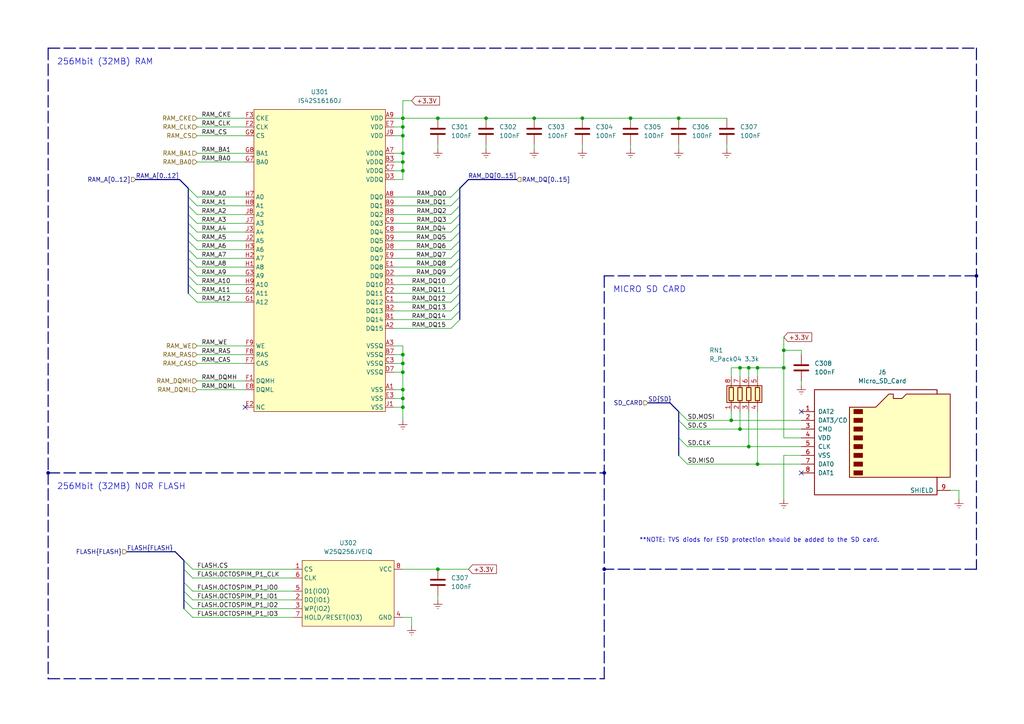
<source format=kicad_sch>
(kicad_sch (version 20211123) (generator eeschema)
  (paper "A4")
  (title_block (title "Fruitfly Node") (date "2023-09-18") (rev "1") (company "Cerebral Systems Inc."))
  (lib_symbols
    (symbol "Connector:Micro_SD_Card" (pin_names (offset 1.016))
      (property "Reference" "J" (at -16.51 15.24 0))
      (property "Value" "Micro_SD_Card" (at 16.51 15.24 0))
      (symbol "Micro_SD_Card_0_1"
        (rectangle (start -7.62 -9.525) (end -5.08 -10.795) (fill (type outline)))
        (rectangle (start -7.62 -6.985) (end -5.08 -8.255) (fill (type outline)))
        (rectangle (start -7.62 -4.445) (end -5.08 -5.715) (fill (type outline)))
        (rectangle (start -7.62 -1.905) (end -5.08 -3.175) (fill (type outline)))
        (rectangle (start -7.62 0.635) (end -5.08 -0.635) (fill (type outline)))
        (rectangle (start -7.62 3.175) (end -5.08 1.905) (fill (type outline)))
        (rectangle (start -7.62 5.715) (end -5.08 4.445) (fill (type outline)))
        (rectangle (start -7.62 8.255) (end -5.08 6.985) (fill (type outline)))
        (polyline (pts (xy 16.51 12.7) (xy 16.51 13.97) (xy -19.05 13.97) (xy -19.05 -16.51) (xy 16.51 -16.51) (xy 16.51 -11.43)) (stroke (width 0.254)))
        (polyline (pts (xy -8.89 -11.43) (xy -8.89 8.89) (xy -1.27 8.89) (xy 2.54 12.7) (xy 3.81 12.7) (xy 3.81 11.43) (xy 6.35 11.43) (xy 7.62 12.7) (xy 20.32 12.7) (xy 20.32 -11.43) (xy -8.89 -11.43)) (stroke (width 0.254)) (fill (type background)))
      )
      (symbol "Micro_SD_Card_1_1"
        (pin bidirectional line (at -22.86 7.62 0) (length 3.81) (name "DAT2") (number "1"))
        (pin bidirectional line (at -22.86 5.08 0) (length 3.81) (name "DAT3/CD") (number "2"))
        (pin input line (at -22.86 2.54 0) (length 3.81) (name "CMD") (number "3"))
        (pin power_in line (at -22.86 0 0) (length 3.81) (name "VDD") (number "4"))
        (pin input line (at -22.86 -2.54 0) (length 3.81) (name "CLK") (number "5"))
        (pin power_in line (at -22.86 -5.08 0) (length 3.81) (name "VSS") (number "6"))
        (pin bidirectional line (at -22.86 -7.62 0) (length 3.81) (name "DAT0") (number "7"))
        (pin bidirectional line (at -22.86 -10.16 0) (length 3.81) (name "DAT1") (number "8"))
        (pin passive line (at 20.32 -15.24 180) (length 3.81) (name "SHIELD") (number "9"))
      )
    )
    (symbol "Device:C" (pin_numbers hide) (pin_names (offset 0.254))
      (property "Reference" "C" (at 0.635 2.54 0))
      (property "Value" "C" (at 0.635 -2.54 0))
      (symbol "C_0_1"
        (polyline (pts (xy -2.032 -0.762) (xy 2.032 -0.762)) (stroke (width 0.508)))
        (polyline (pts (xy -2.032 0.762) (xy 2.032 0.762)) (stroke (width 0.508)))
      )
      (symbol "C_1_1"
        (pin passive line (at 0 3.81 270) (length 2.794) (name "~") (number "1"))
        (pin passive line (at 0 -3.81 90) (length 2.794) (name "~") (number "2"))
      )
    )
    (symbol "Device:R_Pack04" (pin_names (offset 0) hide)
      (property "Reference" "RN" (at -7.62 0 90))
      (property "Value" "R_Pack04" (at 5.08 0 90))
      (symbol "R_Pack04_0_1"
        (rectangle (start -6.35 -2.413) (end 3.81 2.413) (stroke (width 0.254)) (fill (type background)))
        (rectangle (start -5.715 1.905) (end -4.445 -1.905) (stroke (width 0.254)))
        (rectangle (start -3.175 1.905) (end -1.905 -1.905) (stroke (width 0.254)))
        (rectangle (start -0.635 1.905) (end 0.635 -1.905) (stroke (width 0.254)))
        (polyline (pts (xy -5.08 -2.54) (xy -5.08 -1.905)))
        (polyline (pts (xy -5.08 1.905) (xy -5.08 2.54)))
        (polyline (pts (xy -2.54 -2.54) (xy -2.54 -1.905)))
        (polyline (pts (xy -2.54 1.905) (xy -2.54 2.54)))
        (polyline (pts (xy 0 -2.54) (xy 0 -1.905)))
        (polyline (pts (xy 0 1.905) (xy 0 2.54)))
        (polyline (pts (xy 2.54 -2.54) (xy 2.54 -1.905)))
        (polyline (pts (xy 2.54 1.905) (xy 2.54 2.54)))
        (rectangle (start 1.905 1.905) (end 3.175 -1.905) (stroke (width 0.254)))
      )
      (symbol "R_Pack04_1_1"
        (pin passive line (at -5.08 -5.08 90) (length 2.54) (name "R1.1") (number "1"))
        (pin passive line (at -2.54 -5.08 90) (length 2.54) (name "R2.1") (number "2"))
        (pin passive line (at 0 -5.08 90) (length 2.54) (name "R3.1") (number "3"))
        (pin passive line (at 2.54 -5.08 90) (length 2.54) (name "R4.1") (number "4"))
        (pin passive line (at 2.54 5.08 270) (length 2.54) (name "R4.2") (number "5"))
        (pin passive line (at 0 5.08 270) (length 2.54) (name "R3.2") (number "6"))
        (pin passive line (at -2.54 5.08 270) (length 2.54) (name "R2.2") (number "7"))
        (pin passive line (at -5.08 5.08 270) (length 2.54) (name "R1.2") (number "8"))
      )
    )
    (symbol "Memory_RAM:IS42S16160J"
      (property "Reference" "U" (at 0 43.18 0))
      (property "Value" "IS42S16160J" (at 0 40.64 0))
      (symbol "IS42S16160J_0_1"
        (rectangle (start -19.05 39.37) (end 19.05 -48.26) (fill (type background)))
      )
      (symbol "IS42S16160J_1_1"
        (pin input line (at 21.59 -41.91 180) (length 2.54) (name "VSS") (number "A1"))
        (pin bidirectional line (at 21.59 -24.13 180) (length 2.54) (name "DQ15") (number "A2"))
        (pin input line (at 21.59 -29.21 180) (length 2.54) (name "VSSQ") (number "A3"))
        (pin input line (at 21.59 26.67 180) (length 2.54) (name "VDDQ") (number "A7"))
        (pin bidirectional line (at 21.59 13.97 180) (length 2.54) (name "DQ0") (number "A8"))
        (pin input line (at 21.59 36.83 180) (length 2.54) (name "VDD") (number "A9"))
        (pin bidirectional line (at 21.59 -21.59 180) (length 2.54) (name "DQ14") (number "B1"))
        (pin bidirectional line (at 21.59 -19.05 180) (length 2.54) (name "DQ13") (number "B2"))
        (pin input line (at 21.59 24.13 180) (length 2.54) (name "VDDQ") (number "B3"))
        (pin input line (at 21.59 -31.75 180) (length 2.54) (name "VSSQ") (number "B7"))
        (pin bidirectional line (at 21.59 8.89 180) (length 2.54) (name "DQ2") (number "B8"))
        (pin bidirectional line (at 21.59 11.43 180) (length 2.54) (name "DQ1") (number "B9"))
        (pin bidirectional line (at 21.59 -16.51 180) (length 2.54) (name "DQ12") (number "C1"))
        (pin bidirectional line (at 21.59 -13.97 180) (length 2.54) (name "DQ11") (number "C2"))
        (pin input line (at 21.59 -34.29 180) (length 2.54) (name "VSSQ") (number "C3"))
        (pin input line (at 21.59 21.59 180) (length 2.54) (name "VDDQ") (number "C7"))
        (pin bidirectional line (at 21.59 3.81 180) (length 2.54) (name "DQ4") (number "C8"))
        (pin bidirectional line (at 21.59 6.35 180) (length 2.54) (name "DQ3") (number "C9"))
        (pin bidirectional line (at 21.59 -11.43 180) (length 2.54) (name "DQ10") (number "D1"))
        (pin bidirectional line (at 21.59 -8.89 180) (length 2.54) (name "DQ9") (number "D2"))
        (pin input line (at 21.59 19.05 180) (length 2.54) (name "VDDQ") (number "D3"))
        (pin input line (at 21.59 -36.83 180) (length 2.54) (name "VSSQ") (number "D7"))
        (pin bidirectional line (at 21.59 -1.27 180) (length 2.54) (name "DQ6") (number "D8"))
        (pin bidirectional line (at 21.59 1.27 180) (length 2.54) (name "DQ5") (number "D9"))
        (pin bidirectional line (at 21.59 -6.35 180) (length 2.54) (name "DQ8") (number "E1"))
        (pin passive line (at -21.59 -46.99 0) (length 2.54) (name "NC") (number "E2"))
        (pin input line (at 21.59 -44.45 180) (length 2.54) (name "VSS") (number "E3"))
        (pin input line (at 21.59 34.29 180) (length 2.54) (name "VDD") (number "E7"))
        (pin input line (at -21.59 -41.91 0) (length 2.54) (name "DQML") (number "E8"))
        (pin bidirectional line (at 21.59 -3.81 180) (length 2.54) (name "DQ7") (number "E9"))
        (pin input line (at -21.59 -39.37 0) (length 2.54) (name "DQMH") (number "F1"))
        (pin input line (at -21.59 34.29 0) (length 2.54) (name "CLK") (number "F2"))
        (pin input line (at -21.59 36.83 0) (length 2.54) (name "CKE") (number "F3"))
        (pin input line (at -21.59 -34.29 0) (length 2.54) (name "CAS") (number "F7"))
        (pin input line (at -21.59 -31.75 0) (length 2.54) (name "RAS") (number "F8"))
        (pin input line (at -21.59 -29.21 0) (length 2.54) (name "WE") (number "F9"))
        (pin input line (at -21.59 -16.51 0) (length 2.54) (name "A12") (number "G1"))
        (pin input line (at -21.59 -13.97 0) (length 2.54) (name "A11") (number "G2"))
        (pin input line (at -21.59 -8.89 0) (length 2.54) (name "A9") (number "G3"))
        (pin input line (at -21.59 24.13 0) (length 2.54) (name "BA0") (number "G7"))
        (pin input line (at -21.59 26.67 0) (length 2.54) (name "BA1") (number "G8"))
        (pin input line (at -21.59 31.75 0) (length 2.54) (name "CS") (number "G9"))
        (pin input line (at -21.59 -6.35 0) (length 2.54) (name "A8") (number "H1"))
        (pin input line (at -21.59 -3.81 0) (length 2.54) (name "A7") (number "H2"))
        (pin input line (at -21.59 -1.27 0) (length 2.54) (name "A6") (number "H3"))
        (pin input line (at -21.59 13.97 0) (length 2.54) (name "A0") (number "H7"))
        (pin input line (at -21.59 11.43 0) (length 2.54) (name "A1") (number "H8"))
        (pin input line (at -21.59 -11.43 0) (length 2.54) (name "A10") (number "H9"))
        (pin input line (at 21.59 -46.99 180) (length 2.54) (name "VSS") (number "J1"))
        (pin input line (at -21.59 1.27 0) (length 2.54) (name "A5") (number "J2"))
        (pin input line (at -21.59 3.81 0) (length 2.54) (name "A4") (number "J3"))
        (pin input line (at -21.59 6.35 0) (length 2.54) (name "A3") (number "J7"))
        (pin input line (at -21.59 8.89 0) (length 2.54) (name "A2") (number "J8"))
        (pin input line (at 21.59 31.75 180) (length 2.54) (name "VDD") (number "J9"))
      )
    )
    (symbol "W25Q256JVEIQ_1"
      (property "Reference" "U" (at 0 5.08 0))
      (property "Value" "W25Q256JVEIQ_1" (at 0 2.54 0))
      (symbol "W25Q256JVEIQ_1_0_1"
        (rectangle (start -12.7 0) (end 13.97 -19.05) (fill (type background)))
      )
      (symbol "W25Q256JVEIQ_1_1_1"
        (pin input line (at -15.24 -2.54 0) (length 2.54) (name "CS") (number "1"))
        (pin bidirectional line (at -15.24 -11.43 0) (length 2.54) (name "DO(IO1)") (number "2"))
        (pin bidirectional line (at -15.24 -13.97 0) (length 2.54) (name "WP(IO2)") (number "3"))
        (pin passive line (at 16.51 -16.51 180) (length 2.54) (name "GND") (number "4"))
        (pin bidirectional line (at -15.24 -8.89 0) (length 2.54) (name "D1(IO0)") (number "5"))
        (pin input line (at -15.24 -5.08 0) (length 2.54) (name "CLK") (number "6"))
        (pin bidirectional line (at -15.24 -16.51 0) (length 2.54) (name "HOLD/RESET(IO3)") (number "7"))
        (pin input line (at 16.51 -2.54 180) (length 2.54) (name "VCC") (number "8"))
      )
    )
    (symbol "power:Earth" (power) (pin_names (offset 0))
      (symbol "Earth_0_1"
        (polyline (pts (xy -0.635 -1.905) (xy 0.635 -1.905)))
        (polyline (pts (xy -0.127 -2.54) (xy 0.127 -2.54)))
        (polyline (pts (xy 0 -1.27) (xy 0 0)))
        (polyline (pts (xy 1.27 -1.27) (xy -1.27 -1.27)))
      )
      (symbol "Earth_1_1"
        (pin power_in line (at 0 0 270) (length 0) hide (name "Earth") (number "1"))
      )
    )
  )
  (bus_alias "SD" (members "CLK" "MISO" "MOSI" "CS"))
  (bus_alias "FLASH" (members "CS" "OCTOSPIM_P1_CLK" "OCTOSPIM_P1_IO0" "OCTOSPIM_P1_IO1" "OCTOSPIM_P1_IO2" "OCTOSPIM_P1_IO3"))
  (junction (at 13.97 137.16))
  (junction (at 227.33 101.6))
  (junction (at 168.91 34.29))
  (junction (at 116.84 102.87))
  (junction (at 182.88 34.29))
  (junction (at 116.84 107.95))
  (junction (at 116.84 39.37))
  (junction (at 214.63 106.68))
  (junction (at 175.26 165.1))
  (junction (at 217.17 106.68))
  (junction (at 116.84 105.41))
  (junction (at 212.09 121.92))
  (junction (at 116.84 113.03))
  (junction (at 127 165.1))
  (junction (at 116.84 46.99))
  (junction (at 116.84 118.11))
  (junction (at 116.84 49.53))
  (junction (at 116.84 44.45))
  (junction (at 227.33 106.68))
  (junction (at 116.84 36.83))
  (junction (at 219.71 106.68))
  (junction (at 116.84 34.29))
  (junction (at 196.85 34.29))
  (junction (at 140.97 34.29))
  (junction (at 154.94 34.29))
  (junction (at 217.17 129.54))
  (junction (at 175.26 137.16))
  (junction (at 116.84 115.57))
  (junction (at 283.21 80.01))
  (junction (at 214.63 124.46))
  (junction (at 127 34.29))
  (junction (at 219.71 134.62))
  (no_connect (at 232.41 137.16))
  (no_connect (at 71.12 118.11))
  (no_connect (at 232.41 119.38))
  (bus_entry (at 130.81 82.55) (size 2.54 -2.54))
  (bus_entry (at 196.85 132.08) (size 2.54 2.54))
  (bus_entry (at 54.61 80.01) (size 2.54 2.54))
  (bus_entry (at 196.85 119.38) (size 2.54 2.54))
  (bus_entry (at 54.61 64.77) (size 2.54 2.54))
  (bus_entry (at 196.85 127) (size 2.54 2.54))
  (bus_entry (at 133.35 90.17) (size -2.54 2.54))
  (bus_entry (at 53.34 165.1) (size 2.54 2.54))
  (bus_entry (at 130.81 69.85) (size 2.54 -2.54))
  (bus_entry (at 54.61 67.31) (size 2.54 2.54))
  (bus_entry (at 54.61 69.85) (size 2.54 2.54))
  (bus_entry (at 133.35 59.69) (size -2.54 2.54))
  (bus_entry (at 54.61 74.93) (size 2.54 2.54))
  (bus_entry (at 54.61 85.09) (size 2.54 2.54))
  (bus_entry (at 130.81 72.39) (size 2.54 -2.54))
  (bus_entry (at 133.35 92.71) (size -2.54 2.54))
  (bus_entry (at 130.81 67.31) (size 2.54 -2.54))
  (bus_entry (at 54.61 82.55) (size 2.54 2.54))
  (bus_entry (at 130.81 74.93) (size 2.54 -2.54))
  (bus_entry (at 53.34 162.56) (size 2.54 2.54))
  (bus_entry (at 196.85 121.92) (size 2.54 2.54))
  (bus_entry (at 133.35 62.23) (size -2.54 2.54))
  (bus_entry (at 130.81 85.09) (size 2.54 -2.54))
  (bus_entry (at 130.81 87.63) (size 2.54 -2.54))
  (bus_entry (at 54.61 72.39) (size 2.54 2.54))
  (bus_entry (at 54.61 54.61) (size 2.54 2.54))
  (bus_entry (at 54.61 57.15) (size 2.54 2.54))
  (bus_entry (at 133.35 57.15) (size -2.54 2.54))
  (bus_entry (at 54.61 77.47) (size 2.54 2.54))
  (bus_entry (at 130.81 80.01) (size 2.54 -2.54))
  (bus_entry (at 133.35 87.63) (size -2.54 2.54))
  (bus_entry (at 54.61 59.69) (size 2.54 2.54))
  (bus_entry (at 53.34 171.45) (size 2.54 2.54))
  (bus_entry (at 130.81 77.47) (size 2.54 -2.54))
  (bus_entry (at 53.34 173.99) (size 2.54 2.54))
  (bus_entry (at 133.35 54.61) (size -2.54 2.54))
  (bus_entry (at 54.61 62.23) (size 2.54 2.54))
  (bus_entry (at 53.34 176.53) (size 2.54 2.54))
  (bus_entry (at 53.34 168.91) (size 2.54 2.54))
  (wire (pts (xy 57.15 102.87) (xy 71.12 102.87)))
  (bus (pts (xy 13.97 13.97) (xy 283.21 13.97)) (stroke (width 0) (type dash)))
  (wire (pts (xy 119.38 179.07) (xy 119.38 181.61)))
  (bus (pts (xy 53.34 176.53) (xy 53.34 173.99)))
  (wire (pts (xy 114.3 90.17) (xy 130.81 90.17)))
  (bus (pts (xy 196.85 119.38) (xy 194.31 116.84)))
  (wire (pts (xy 227.33 106.68) (xy 227.33 127)))
  (bus (pts (xy 54.61 54.61) (xy 52.07 52.07)))
  (wire (pts (xy 154.94 41.91) (xy 154.94 43.18)))
  (bus (pts (xy 13.97 137.16) (xy 175.26 137.16)) (stroke (width 0) (type dash)))
  (wire (pts (xy 127 34.29) (xy 140.97 34.29)))
  (wire (pts (xy 196.85 41.91) (xy 196.85 43.18)))
  (wire (pts (xy 114.3 105.41) (xy 116.84 105.41)))
  (wire (pts (xy 232.41 110.49) (xy 232.41 111.76)))
  (bus (pts (xy 133.35 90.17) (xy 133.35 87.63)))
  (wire (pts (xy 116.84 107.95) (xy 116.84 113.03)))
  (bus (pts (xy 54.61 67.31) (xy 54.61 69.85)))
  (bus (pts (xy 133.35 57.15) (xy 133.35 59.69)))
  (wire (pts (xy 55.88 173.99) (xy 85.09 173.99)))
  (wire (pts (xy 114.3 113.03) (xy 116.84 113.03)))
  (wire (pts (xy 57.15 80.01) (xy 71.12 80.01)))
  (bus (pts (xy 196.85 127) (xy 196.85 121.92)))
  (wire (pts (xy 57.15 82.55) (xy 71.12 82.55)))
  (wire (pts (xy 57.15 110.49) (xy 71.12 110.49)))
  (wire (pts (xy 55.88 165.1) (xy 85.09 165.1)))
  (bus (pts (xy 133.35 69.85) (xy 133.35 72.39)))
  (bus (pts (xy 54.61 69.85) (xy 54.61 72.39)))
  (wire (pts (xy 116.84 179.07) (xy 119.38 179.07)))
  (bus (pts (xy 135.89 52.07) (xy 149.86 52.07)))
  (wire (pts (xy 214.63 106.68) (xy 217.17 106.68)))
  (wire (pts (xy 219.71 106.68) (xy 227.33 106.68)))
  (wire (pts (xy 114.3 100.33) (xy 116.84 100.33)))
  (wire (pts (xy 114.3 80.01) (xy 130.81 80.01)))
  (wire (pts (xy 114.3 59.69) (xy 130.81 59.69)))
  (bus (pts (xy 13.97 13.97) (xy 13.97 137.16)) (stroke (width 0) (type dash)))
  (bus (pts (xy 13.97 137.16) (xy 13.97 196.85)) (stroke (width 0) (type dash)))
  (bus (pts (xy 283.21 165.1) (xy 175.26 165.1)) (stroke (width 0) (type dash)))
  (wire (pts (xy 114.3 52.07) (xy 116.84 52.07)))
  (wire (pts (xy 116.84 39.37) (xy 116.84 44.45)))
  (wire (pts (xy 116.84 49.53) (xy 116.84 46.99)))
  (wire (pts (xy 114.3 34.29) (xy 116.84 34.29)))
  (wire (pts (xy 116.84 36.83) (xy 116.84 34.29)))
  (wire (pts (xy 114.3 95.25) (xy 130.81 95.25)))
  (wire (pts (xy 57.15 64.77) (xy 71.12 64.77)))
  (wire (pts (xy 55.88 171.45) (xy 85.09 171.45)))
  (wire (pts (xy 57.15 77.47) (xy 71.12 77.47)))
  (wire (pts (xy 114.3 62.23) (xy 130.81 62.23)))
  (bus (pts (xy 196.85 132.08) (xy 196.85 127)))
  (wire (pts (xy 116.84 165.1) (xy 127 165.1)))
  (wire (pts (xy 55.88 179.07) (xy 85.09 179.07)))
  (wire (pts (xy 212.09 109.22) (xy 212.09 106.68)))
  (wire (pts (xy 212.09 121.92) (xy 232.41 121.92)))
  (wire (pts (xy 114.3 107.95) (xy 116.84 107.95)))
  (bus (pts (xy 133.35 59.69) (xy 133.35 62.23)))
  (bus (pts (xy 54.61 64.77) (xy 54.61 67.31)))
  (wire (pts (xy 57.15 46.99) (xy 71.12 46.99)))
  (wire (pts (xy 114.3 69.85) (xy 130.81 69.85)))
  (wire (pts (xy 217.17 129.54) (xy 232.41 129.54)))
  (bus (pts (xy 54.61 74.93) (xy 54.61 77.47)))
  (wire (pts (xy 57.15 59.69) (xy 71.12 59.69)))
  (wire (pts (xy 57.15 113.03) (xy 71.12 113.03)))
  (wire (pts (xy 219.71 134.62) (xy 232.41 134.62)))
  (wire (pts (xy 116.84 34.29) (xy 127 34.29)))
  (wire (pts (xy 114.3 118.11) (xy 116.84 118.11)))
  (wire (pts (xy 217.17 119.38) (xy 217.17 129.54)))
  (wire (pts (xy 227.33 97.79) (xy 227.33 101.6)))
  (wire (pts (xy 227.33 132.08) (xy 227.33 144.78)))
  (wire (pts (xy 114.3 44.45) (xy 116.84 44.45)))
  (bus (pts (xy 133.35 67.31) (xy 133.35 69.85)))
  (bus (pts (xy 13.97 196.85) (xy 175.26 196.85)) (stroke (width 0) (type dash)))
  (wire (pts (xy 116.84 39.37) (xy 116.84 36.83)))
  (wire (pts (xy 114.3 64.77) (xy 130.81 64.77)))
  (bus (pts (xy 133.35 77.47) (xy 133.35 80.01)))
  (wire (pts (xy 219.71 109.22) (xy 219.71 106.68)))
  (wire (pts (xy 217.17 109.22) (xy 217.17 106.68)))
  (wire (pts (xy 57.15 44.45) (xy 71.12 44.45)))
  (wire (pts (xy 199.39 124.46) (xy 214.63 124.46)))
  (bus (pts (xy 54.61 72.39) (xy 54.61 74.93)))
  (bus (pts (xy 133.35 72.39) (xy 133.35 74.93)))
  (wire (pts (xy 114.3 85.09) (xy 130.81 85.09)))
  (wire (pts (xy 114.3 92.71) (xy 130.81 92.71)))
  (wire (pts (xy 116.84 34.29) (xy 116.84 29.21)))
  (bus (pts (xy 52.07 52.07) (xy 39.37 52.07)))
  (wire (pts (xy 168.91 34.29) (xy 154.94 34.29)))
  (bus (pts (xy 54.61 54.61) (xy 54.61 57.15)))
  (bus (pts (xy 133.35 62.23) (xy 133.35 64.77)))
  (wire (pts (xy 57.15 67.31) (xy 71.12 67.31)))
  (wire (pts (xy 127 165.1) (xy 135.89 165.1)))
  (wire (pts (xy 140.97 34.29) (xy 154.94 34.29)))
  (wire (pts (xy 116.84 102.87) (xy 116.84 105.41)))
  (wire (pts (xy 57.15 85.09) (xy 71.12 85.09)))
  (bus (pts (xy 196.85 121.92) (xy 196.85 119.38)))
  (wire (pts (xy 199.39 121.92) (xy 212.09 121.92)))
  (wire (pts (xy 57.15 57.15) (xy 71.12 57.15)))
  (wire (pts (xy 55.88 167.64) (xy 85.09 167.64)))
  (wire (pts (xy 232.41 102.87) (xy 232.41 101.6)))
  (wire (pts (xy 196.85 34.29) (xy 210.82 34.29)))
  (wire (pts (xy 199.39 129.54) (xy 217.17 129.54)))
  (wire (pts (xy 57.15 72.39) (xy 71.12 72.39)))
  (bus (pts (xy 175.26 196.85) (xy 175.26 165.1)) (stroke (width 0) (type dash)))
  (wire (pts (xy 116.84 46.99) (xy 116.84 44.45)))
  (wire (pts (xy 168.91 34.29) (xy 182.88 34.29)))
  (bus (pts (xy 175.26 137.16) (xy 175.26 165.1)) (stroke (width 0) (type dash)))
  (wire (pts (xy 227.33 101.6) (xy 227.33 106.68)))
  (bus (pts (xy 53.34 162.56) (xy 50.8 160.02)))
  (bus (pts (xy 54.61 77.47) (xy 54.61 80.01)))
  (bus (pts (xy 54.61 59.69) (xy 54.61 62.23)))
  (wire (pts (xy 212.09 119.38) (xy 212.09 121.92)))
  (bus (pts (xy 283.21 13.97) (xy 283.21 80.01)) (stroke (width 0) (type dash)))
  (wire (pts (xy 278.13 142.24) (xy 278.13 144.78)))
  (wire (pts (xy 232.41 101.6) (xy 227.33 101.6)))
  (wire (pts (xy 116.84 52.07) (xy 116.84 49.53)))
  (bus (pts (xy 53.34 173.99) (xy 53.34 171.45)))
  (wire (pts (xy 114.3 72.39) (xy 130.81 72.39)))
  (wire (pts (xy 57.15 69.85) (xy 71.12 69.85)))
  (wire (pts (xy 232.41 132.08) (xy 227.33 132.08)))
  (wire (pts (xy 219.71 119.38) (xy 219.71 134.62)))
  (wire (pts (xy 57.15 74.93) (xy 71.12 74.93)))
  (bus (pts (xy 53.34 171.45) (xy 53.34 168.91)))
  (bus (pts (xy 133.35 54.61) (xy 135.89 52.07)))
  (wire (pts (xy 114.3 74.93) (xy 130.81 74.93)))
  (bus (pts (xy 133.35 92.71) (xy 133.35 90.17)))
  (wire (pts (xy 214.63 119.38) (xy 214.63 124.46)))
  (bus (pts (xy 283.21 80.01) (xy 283.21 165.1)) (stroke (width 0) (type dash)))
  (wire (pts (xy 114.3 102.87) (xy 116.84 102.87)))
  (bus (pts (xy 53.34 168.91) (xy 53.34 165.1)))
  (wire (pts (xy 114.3 115.57) (xy 116.84 115.57)))
  (wire (pts (xy 114.3 67.31) (xy 130.81 67.31)))
  (bus (pts (xy 133.35 82.55) (xy 133.35 85.09)))
  (bus (pts (xy 133.35 85.09) (xy 133.35 87.63)))
  (wire (pts (xy 114.3 49.53) (xy 116.84 49.53)))
  (bus (pts (xy 36.83 160.02) (xy 50.8 160.02)))
  (wire (pts (xy 57.15 62.23) (xy 71.12 62.23)))
  (wire (pts (xy 199.39 134.62) (xy 219.71 134.62)))
  (bus (pts (xy 54.61 82.55) (xy 54.61 85.09)))
  (wire (pts (xy 114.3 36.83) (xy 116.84 36.83)))
  (wire (pts (xy 275.59 142.24) (xy 278.13 142.24)))
  (wire (pts (xy 212.09 106.68) (xy 214.63 106.68)))
  (wire (pts (xy 114.3 87.63) (xy 130.81 87.63)))
  (wire (pts (xy 114.3 77.47) (xy 130.81 77.47)))
  (wire (pts (xy 57.15 105.41) (xy 71.12 105.41)))
  (bus (pts (xy 133.35 64.77) (xy 133.35 67.31)))
  (wire (pts (xy 217.17 106.68) (xy 219.71 106.68)))
  (wire (pts (xy 182.88 34.29) (xy 196.85 34.29)))
  (wire (pts (xy 182.88 41.91) (xy 182.88 43.18)))
  (wire (pts (xy 127 41.91) (xy 127 43.18)))
  (bus (pts (xy 54.61 57.15) (xy 54.61 59.69)))
  (wire (pts (xy 116.84 118.11) (xy 116.84 121.92)))
  (wire (pts (xy 116.84 113.03) (xy 116.84 115.57)))
  (wire (pts (xy 116.84 29.21) (xy 119.38 29.21)))
  (wire (pts (xy 57.15 34.29) (xy 71.12 34.29)))
  (wire (pts (xy 114.3 46.99) (xy 116.84 46.99)))
  (wire (pts (xy 140.97 41.91) (xy 140.97 43.18)))
  (bus (pts (xy 133.35 80.01) (xy 133.35 82.55)))
  (wire (pts (xy 55.88 176.53) (xy 85.09 176.53)))
  (bus (pts (xy 133.35 54.61) (xy 133.35 57.15)))
  (wire (pts (xy 116.84 100.33) (xy 116.84 102.87)))
  (wire (pts (xy 214.63 109.22) (xy 214.63 106.68)))
  (bus (pts (xy 54.61 80.01) (xy 54.61 82.55)))
  (wire (pts (xy 114.3 57.15) (xy 130.81 57.15)))
  (wire (pts (xy 57.15 39.37) (xy 71.12 39.37)))
  (wire (pts (xy 57.15 100.33) (xy 71.12 100.33)))
  (bus (pts (xy 53.34 165.1) (xy 53.34 162.56)))
  (bus (pts (xy 175.26 80.01) (xy 175.26 137.16)) (stroke (width 0) (type dash)))
  (wire (pts (xy 210.82 41.91) (xy 210.82 43.18)))
  (bus (pts (xy 133.35 74.93) (xy 133.35 77.47)))
  (bus (pts (xy 283.21 80.01) (xy 175.26 80.01)) (stroke (width 0) (type dash)))
  (bus (pts (xy 54.61 62.23) (xy 54.61 64.77)))
  (wire (pts (xy 127 172.72) (xy 127 173.99)))
  (wire (pts (xy 114.3 39.37) (xy 116.84 39.37)))
  (wire (pts (xy 57.15 36.83) (xy 71.12 36.83)))
  (wire (pts (xy 232.41 127) (xy 227.33 127)))
  (wire (pts (xy 57.15 87.63) (xy 71.12 87.63)))
  (wire (pts (xy 116.84 105.41) (xy 116.84 107.95)))
  (wire (pts (xy 116.84 115.57) (xy 116.84 118.11)))
  (wire (pts (xy 214.63 124.46) (xy 232.41 124.46)))
  (bus (pts (xy 187.96 116.84) (xy 194.31 116.84)))
  (wire (pts (xy 114.3 82.55) (xy 130.81 82.55)))
  (wire (pts (xy 168.91 41.91) (xy 168.91 43.18)))
  (text "**NOTE: TVS diods for ESD protection should be added to the SD card." (at 185.42 157.48 0) (effects (font (size 1.27 1.27)) (justify left bottom)))
  (text "MICRO SD CARD" (at 177.8 85.09 0) (effects (font (size 1.75 1.75)) (justify left bottom)))
  (text "256Mbit (32MB) RAM" (at 16.51 19.05 0) (effects (font (size 1.75 1.75)) (justify left bottom)))
  (text "256Mbit (32MB) NOR FLASH" (at 16.51 142.24 0) (effects (font (size 1.75 1.75)) (justify left bottom)))
  (label "RAM_WE" (at 58.42 100.33 0))
  (label "FLASH.OCTOSPIM_P1_IO0" (at 57.15 171.45 0))
  (label "RAM_CAS" (at 58.42 105.41 0))
  (label "RAM_BA1" (at 58.42 44.45 0))
  (label "RAM_DQ8" (at 120.65 77.47 0))
  (label "RAM_DQ11" (at 119.38 85.09 0))
  (label "RAM_DQ[0..15]" (at 149.86 52.07 180))
  (label "RAM_DQ13" (at 119.38 90.17 0))
  (label "RAM_DQ15" (at 119.38 95.25 0))
  (label "RAM_DQML" (at 58.42 113.03 0))
  (label "RAM_CLK" (at 58.42 36.83 0))
  (label "RAM_A10" (at 58.42 82.55 0))
  (label "FLASH.OCTOSPIM_P1_IO1" (at 57.15 173.99 0))
  (label "SD.MOSI" (at 199.39 121.92 0))
  (label "RAM_DQ1" (at 129.54 59.69 180))
  (label "RAM_DQ3" (at 129.54 64.77 180))
  (label "RAM_CS" (at 58.42 39.37 0))
  (label "RAM_DQ4" (at 120.65 67.31 0))
  (label "SD.CLK" (at 199.39 129.54 0))
  (label "RAM_DQ2" (at 129.54 62.23 180))
  (label "RAM_DQ7" (at 120.65 74.93 0))
  (label "RAM_A5" (at 58.42 69.85 0))
  (label "RAM_DQ9" (at 120.65 80.01 0))
  (label "RAM_DQ6" (at 120.65 72.39 0))
  (label "SD.MISO" (at 199.39 134.62 0))
  (label "RAM_A8" (at 58.42 77.47 0))
  (label "RAM_DQ5" (at 120.65 69.85 0))
  (label "RAM_A7" (at 58.42 74.93 0))
  (label "RAM_DQ0" (at 129.54 57.15 180))
  (label "RAM_A9" (at 58.42 80.01 0))
  (label "RAM_A11" (at 58.42 85.09 0))
  (label "RAM_A4" (at 58.42 67.31 0))
  (label "FLASH.CS" (at 57.15 165.1 0))
  (label "FLASH.OCTOSPIM_P1_CLK" (at 57.15 167.64 0))
  (label "RAM_A1" (at 58.42 59.69 0))
  (label "RAM_DQMH" (at 58.42 110.49 0))
  (label "FLASH.OCTOSPIM_P1_IO2" (at 57.15 176.53 0))
  (label "RAM_DQ12" (at 119.38 87.63 0))
  (label "RAM_A0" (at 58.42 57.15 0))
  (label "RAM_DQ10" (at 119.38 82.55 0))
  (label "RAM_BA0" (at 58.42 46.99 0))
  (label "SD{SD}" (at 187.96 116.84 0))
  (label "FLASH.OCTOSPIM_P1_IO3" (at 57.15 179.07 0))
  (label "RAM_A12" (at 58.42 87.63 0))
  (label "RAM_A[0..12]" (at 39.37 52.07 0))
  (label "RAM_A2" (at 58.42 62.23 0))
  (label "FLASH{FLASH}" (at 36.83 160.02 0))
  (label "RAM_A6" (at 58.42 72.39 0))
  (label "RAM_CKE" (at 58.42 34.29 0))
  (label "RAM_DQ14" (at 119.38 92.71 0))
  (label "RAM_RAS" (at 58.42 102.87 0))
  (label "SD.CS" (at 199.39 124.46 0))
  (label "RAM_A3" (at 58.42 64.77 0))
  (global_label "+3.3V" (shape input) (at 119.38 29.21 0) (property "Intersheet References" "${INTERSHEET_REFS}" (effects hide)))
  (global_label "+3.3V" (shape input) (at 135.89 165.1 0) (property "Intersheet References" "${INTERSHEET_REFS}" (effects hide)))
  (global_label "+3.3V" (shape input) (at 227.33 97.79 0) (property "Intersheet References" "${INTERSHEET_REFS}" (effects hide)))
  (hierarchical_label "RAM_DQMH" (shape input) (at 57.15 110.49 180))
  (hierarchical_label "SD_CARD" (shape input) (at 187.96 116.84 180))
  (hierarchical_label "RAM_A[0..12]" (shape input) (at 39.37 52.07 180))
  (hierarchical_label "RAM_DQML" (shape input) (at 57.15 113.03 180))
  (hierarchical_label "RAM_CAS" (shape input) (at 57.15 105.41 180))
  (hierarchical_label "RAM_CS" (shape input) (at 57.15 39.37 180))
  (hierarchical_label "RAM_CLK" (shape input) (at 57.15 36.83 180))
  (hierarchical_label "RAM_BA1" (shape input) (at 57.15 44.45 180))
  (hierarchical_label "FLASH{FLASH}" (shape input) (at 36.83 160.02 180))
  (hierarchical_label "RAM_RAS" (shape input) (at 57.15 102.87 180))
  (hierarchical_label "RAM_BA0" (shape input) (at 57.15 46.99 180))
  (hierarchical_label "RAM_DQ[0..15]" (shape input) (at 149.86 52.07 0))
  (hierarchical_label "RAM_CKE" (shape input) (at 57.15 34.29 180))
  (hierarchical_label "RAM_WE" (shape input) (at 57.15 100.33 180))
  (symbol (lib_id "Device:R_Pack04") (at 217.17 114.3 0) (unit 1)
    (property "Reference" "RN1" (at 205.74 101.6 0) (effects (justify left)))
    (property "Value" "R_Pack04 3.3k" (at 205.74 104.14 0) (effects (justify left)))
    (property "Footprint" "Resistor_SMD:R_Array_Concave_4x0402" (effects hide))
  )
  (symbol (lib_id "power:Earth") (at 127 43.18 0) (unit 1)
    (property "Reference" "#PWR0152" (effects hide))
    (property "Value" "Earth" (effects hide))
  )
  (symbol (lib_id "power:Earth") (at 227.33 144.78 0) (unit 1)
    (property "Reference" "#PWR0147" (effects hide))
    (property "Value" "Earth" (effects hide))
  )
  (symbol (lib_id "Device:C") (at 232.41 106.68 0) (unit 1)
    (property "Reference" "C308" (at 236.22 105.4099 0) (effects (justify left)))
    (property "Value" "100nF" (at 236.22 107.9499 0) (effects (justify left)))
    (property "Footprint" "Capacitor_SMD:C_0402_1005Metric" (effects hide))
  )
  (symbol (lib_id "power:Earth") (at 232.41 111.76 0) (unit 1)
    (property "Reference" "#PWR0145" (effects hide))
    (property "Value" "Earth" (effects hide))
  )
  (symbol (lib_id "power:Earth") (at 196.85 43.18 0) (unit 1)
    (property "Reference" "#PWR0148" (effects hide))
    (property "Value" "Earth" (effects hide))
  )
  (symbol (lib_id "Device:C") (at 168.91 38.1 0) (unit 1)
    (property "Reference" "C304" (at 172.72 36.8299 0) (effects (justify left)))
    (property "Value" "100nF" (at 172.72 39.3699 0) (effects (justify left)))
    (property "Footprint" "Capacitor_SMD:C_0402_1005Metric" (effects hide))
  )
  (symbol (lib_id "Device:C") (at 182.88 38.1 0) (unit 1)
    (property "Reference" "C305" (at 186.69 36.8299 0) (effects (justify left)))
    (property "Value" "100nF" (at 186.69 39.3699 0) (effects (justify left)))
    (property "Footprint" "Capacitor_SMD:C_0402_1005Metric" (effects hide))
  )
  (symbol (lib_id "power:Earth") (at 116.84 121.92 0) (unit 1)
    (property "Reference" "#PWR0154" (effects hide))
    (property "Value" "Earth" (effects hide))
  )
  (symbol (lib_id "power:Earth") (at 140.97 43.18 0) (unit 1)
    (property "Reference" "#PWR0151" (effects hide))
    (property "Value" "Earth" (effects hide))
  )
  (symbol (lib_id "Memory_RAM:IS42S16160J") (at 92.71 71.12 0) (unit 1)
    (property "Reference" "U301" (at 92.71 26.67 0))
    (property "Value" "IS42S16160J" (at 92.71 29.21 0))
  )
  (symbol (lib_id "Device:C") (at 140.97 38.1 0) (unit 1)
    (property "Reference" "C302" (at 144.78 36.8299 0) (effects (justify left)))
    (property "Value" "100nF" (at 144.78 39.3699 0) (effects (justify left)))
    (property "Footprint" "Capacitor_SMD:C_0402_1005Metric" (effects hide))
  )
  (symbol (lib_id "power:Earth") (at 119.38 181.61 0) (unit 1)
    (property "Reference" "#PWR0153" (effects hide))
    (property "Value" "Earth" (effects hide))
  )
  (symbol (lib_id "Device:C") (at 154.94 38.1 0) (unit 1)
    (property "Reference" "C303" (at 158.75 36.8299 0) (effects (justify left)))
    (property "Value" "100nF" (at 158.75 39.3699 0) (effects (justify left)))
    (property "Footprint" "Capacitor_SMD:C_0402_1005Metric" (effects hide))
  )
  (symbol (lib_id "Device:C") (at 196.85 38.1 0) (unit 1)
    (property "Reference" "C306" (at 200.66 36.8299 0) (effects (justify left)))
    (property "Value" "100nF" (at 200.66 39.3699 0) (effects (justify left)))
    (property "Footprint" "Capacitor_SMD:C_0402_1005Metric" (effects hide))
  )
  (symbol (lib_id "power:Earth") (at 154.94 43.18 0) (unit 1)
    (property "Reference" "#PWR0144" (effects hide))
    (property "Value" "Earth" (effects hide))
  )
  (symbol (lib_id "Device:C") (at 127 168.91 0) (unit 1)
    (property "Reference" "C307" (at 130.81 167.6399 0) (effects (justify left)))
    (property "Value" "100nF" (at 130.81 170.1799 0) (effects (justify left)))
    (property "Footprint" "Capacitor_SMD:C_0402_1005Metric" (effects hide))
  )
  (symbol (lib_id "power:Earth") (at 168.91 43.18 0) (unit 1)
    (property "Reference" "#PWR0143" (effects hide))
    (property "Value" "Earth" (effects hide))
  )
  (symbol (lib_id "Device:C") (at 210.82 38.1 0) (unit 1)
    (property "Reference" "C307" (at 214.63 36.8299 0) (effects (justify left)))
    (property "Value" "100nF" (at 214.63 39.3699 0) (effects (justify left)))
    (property "Footprint" "Capacitor_SMD:C_0402_1005Metric" (effects hide))
  )
  (symbol (lib_id "power:Earth") (at 210.82 43.18 0) (unit 1)
    (property "Reference" "#PWR0149" (effects hide))
    (property "Value" "Earth" (effects hide))
  )
  (symbol (lib_id "power:Earth") (at 182.88 43.18 0) (unit 1)
    (property "Reference" "#PWR0150" (effects hide))
    (property "Value" "Earth" (effects hide))
  )
  (symbol (lib_id "power:Earth") (at 278.13 144.78 0) (unit 1)
    (property "Reference" "#PWR0146" (effects hide))
    (property "Value" "Earth" (effects hide))
  )
  (symbol (lib_id "Connector:Micro_SD_Card") (at 255.27 127 0) (unit 1)
    (property "Reference" "J6" (at 255.905 107.95 0))
    (property "Value" "Micro_SD_Card" (at 255.905 110.49 0))
    (property "Datasheet" "http://katalog.we-online.de/em/datasheet/693072010801.pdf" (effects hide))
  )
  (symbol (lib_name "W25Q256JVEIQ_1") (lib_id "Memory_Flash:W25Q256JVEIQ") (at 100.33 162.56 0) (unit 1)
    (property "Reference" "U302" (at 100.965 157.48 0))
    (property "Value" "W25Q256JVEIQ" (at 100.965 160.02 0))
  )
  (symbol (lib_id "power:Earth") (at 127 173.99 0) (unit 1)
    (property "Reference" "#PWR0155" (effects hide))
    (property "Value" "Earth" (effects hide))
  )
  (symbol (lib_id "Device:C") (at 127 38.1 0) (unit 1)
    (property "Reference" "C301" (at 130.81 36.8299 0) (effects (justify left)))
    (property "Value" "100nF" (at 130.81 39.3699 0) (effects (justify left)))
    (property "Footprint" "Capacitor_SMD:C_0402_1005Metric" (effects hide))
  )
)
</source>
